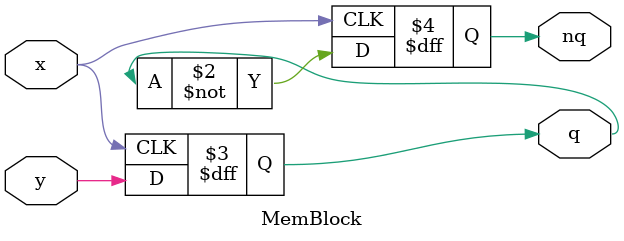
<source format=v>
module MemBlock(
  input x,
  input y,
  output q,
  output nq
);

  reg q;
  reg nq;

  always @(posedge x) begin
    q <= y;
    nq <= ~q;
  end

endmodule

</source>
